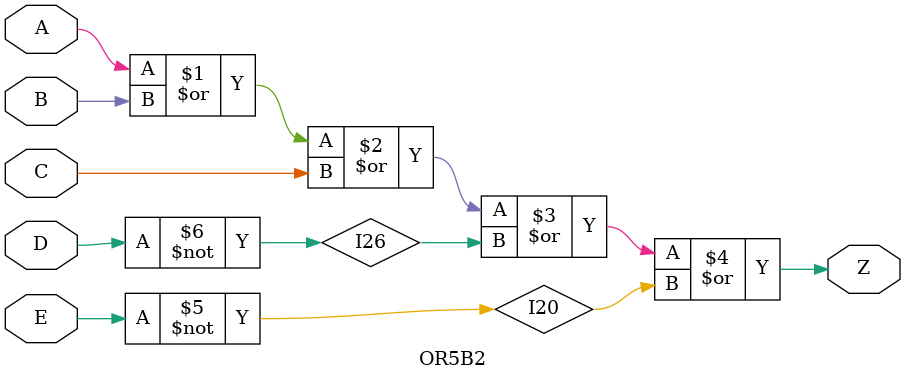
<source format=v>
`resetall
`timescale 1 ns / 100 ps

/* Created by DB2VERILOG Version 1.0.1.1 on Mon May 16 15:54:33 1994 */
/* module compiled from "lsl2db 3.6.4" run */


`celldefine
module OR5B2 (A, B, C, D, E, Z);
input  A, B, C, D, E;
output Z;
or INST2 (Z, A, B, C, I26, I20);
not INST21 (I20, E);
not INST28 (I26, D);

endmodule 
`endcelldefine

</source>
